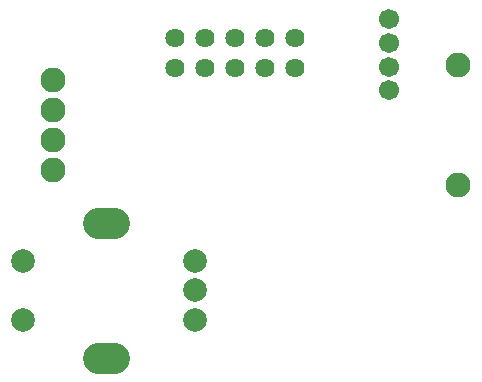
<source format=gbs>
G04 Layer: BottomSolderMaskLayer*
G04 EasyEDA v6.4.25, 2021-09-30T02:39:23--7:00*
G04 cb1d7dd1d9244e3faa1512210410d729,1c607ed5ed934db7a0414c4b005609ca,10*
G04 Gerber Generator version 0.2*
G04 Scale: 100 percent, Rotated: No, Reflected: No *
G04 Dimensions in inches *
G04 leading zeros omitted , absolute positions ,3 integer and 6 decimal *
%FSLAX36Y36*%
%MOIN*%

%ADD23C,0.1025*%
%ADD24C,0.0670*%
%ADD25C,0.0828*%
%ADD27C,0.0789*%
%ADD29C,0.0640*%

%LPD*%
D23*
X367601Y-1254409D02*
G01*
X422718Y-1254409D01*
X367601Y-805590D02*
G01*
X422718Y-805590D01*
D24*
G01*
X1340000Y-205630D03*
G01*
X1340000Y-126889D03*
G01*
X1340000Y-284369D03*
G01*
X1340000Y-363110D03*
D25*
G01*
X220000Y-330000D03*
G01*
X220000Y-430000D03*
G01*
X220000Y-530000D03*
G01*
X220000Y-630000D03*
G01*
X1570000Y-280000D03*
G01*
X1570000Y-680000D03*
D27*
G01*
X119569Y-1128420D03*
G01*
X119569Y-931570D03*
G01*
X690429Y-1128420D03*
G01*
X690429Y-1030000D03*
G01*
X690429Y-931570D03*
D29*
G01*
X1025000Y-290000D03*
G01*
X1025000Y-190000D03*
G01*
X925000Y-290000D03*
G01*
X925000Y-190000D03*
G01*
X825000Y-290000D03*
G01*
X825000Y-190000D03*
G01*
X725000Y-290000D03*
G01*
X725000Y-190000D03*
G01*
X625000Y-290000D03*
G01*
X625000Y-190000D03*
M02*

</source>
